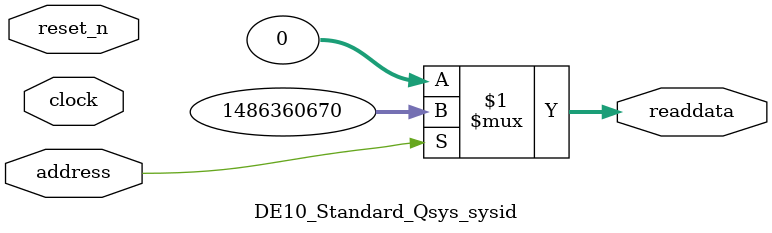
<source format=v>



// synthesis translate_off
`timescale 1ns / 1ps
// synthesis translate_on

// turn off superfluous verilog processor warnings 
// altera message_level Level1 
// altera message_off 10034 10035 10036 10037 10230 10240 10030 

module DE10_Standard_Qsys_sysid (
               // inputs:
                address,
                clock,
                reset_n,

               // outputs:
                readdata
             )
;

  output  [ 31: 0] readdata;
  input            address;
  input            clock;
  input            reset_n;

  wire    [ 31: 0] readdata;
  //control_slave, which is an e_avalon_slave
  assign readdata = address ? 1486360670 : 0;

endmodule



</source>
